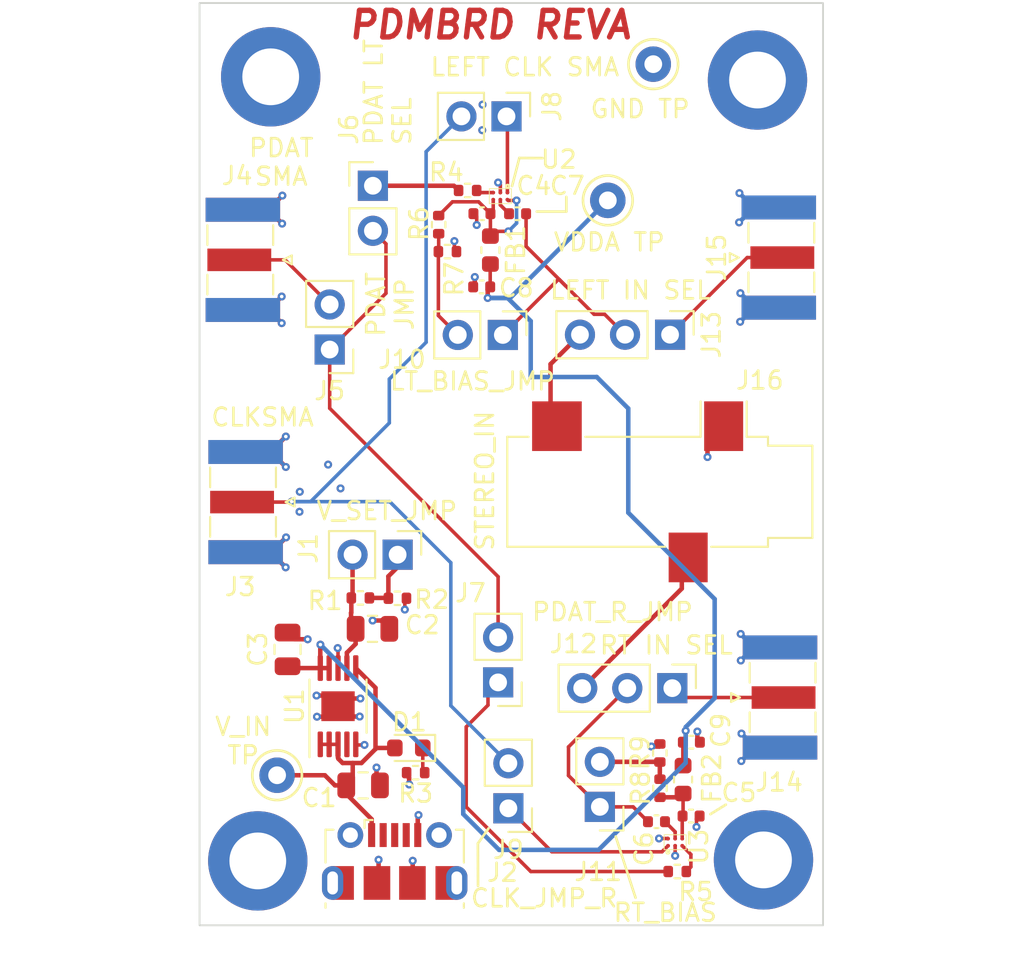
<source format=kicad_pcb>
(kicad_pcb (version 20211014) (generator pcbnew)
  (layers (0 "F.Cu" signal) (1 "In1.Cu" signal) (2 "In2.Cu" signal) (31 "B.Cu" signal) (34 "B.Paste" user) (35 "F.Paste" user) (36 "B.SilkS" user "B.Silkscreen") (37 "F.SilkS" user "F.Silkscreen") (38 "B.Mask" user) (39 "F.Mask" user) (44 "Edge.Cuts" user))
  (net 0 "")
  (net 1 "V_IN")
  (net 2 "GND")
  (net 3 "Net-(C2-Pad1)")
  (net 4 "VDDA")
  (net 5 "V_PDM_L")
  (net 6 "V_PDM_R")
  (net 7 "Net-(C6-Pad1)")
  (net 8 "Net-(C6-Pad2)")
  (net 9 "Net-(C7-Pad1)")
  (net 10 "Net-(C7-Pad2)")
  (net 11 "Net-(D1-Pad1)")
  (net 12 "Net-(J1-Pad1)")
  (net 16 "CLK_SMA")
  (net 17 "Net-(J4-Pad1)")
  (net 18 "PDAT_SMA")
  (net 19 "Net-(J6-Pad1)")
  (net 20 "Net-(J7-Pad1)")
  (net 21 "Net-(J8-Pad1)")
  (net 22 "Net-(J9-Pad1)")
  (net 23 "Net-(J10-Pad2)")
  (net 24 "Net-(J11-Pad2)")
  (net 25 "Net-(J12-Pad1)")
  (net 26 "RIGHT")
  (net 27 "Net-(J13-Pad1)")
  (net 28 "LEFT")
  (net 29 "Net-(R4-Pad1)")
  (net 30 "Net-(R5-Pad1)")
  (footprint "Connector_PinHeader_2.54mm:PinHeader_1x02_P2.54mm_Vertical" (layer "F.Cu") (at 115.555 42.088)
    (fp_text reference "J6")
    (fp_text value "PDAT_L_JMP")
  )
  (footprint "Connector_PinHeader_2.54mm:PinHeader_1x02_P2.54mm_Vertical" (layer "F.Cu") (at 113.118 51.322 180)
    (fp_text reference "J5")
    (fp_text value "PDAT_SMA_JMP")
  )
  (footprint "Capacitor_SMD:C_0805_2012Metric" (layer "F.Cu") (at 115.002 75.896)
    (fp_text reference "C1")
    (fp_text value "4.7u")
  )
  (footprint "Capacitor_SMD:C_0402_1005Metric" (layer "F.Cu") (at 133.51 73.4615)
    (fp_text reference "C9")
    (fp_text value "0.1u")
  )
  (footprint "Inductor_SMD:L_0603_1608Metric" (layer "F.Cu") (at 133.042 75.5675 90)
    (fp_text reference "FB2")
    (fp_text value "FerriteBead")
  )
  (footprint "Connector_Coaxial:SMA_Samtec_SMA-J-P-X-ST-EM1_EdgeMount" (layer "F.Cu") (at 138.4385 46.137 90)
    (fp_text reference "J15")
    (fp_text value "LEFT_SMA")
  )
  (footprint "Resistor_SMD:R_0402_1005Metric" (layer "F.Cu") (at 132.715 80.752 180)
    (fp_text reference "R5")
    (fp_text value "33")
  )
  (footprint "LED_SMD:LED_0603_1608Metric" (layer "F.Cu") (at 117.579 73.785 180)
    (fp_text reference "D1")
    (fp_text value "ON")
  )
  (footprint "Capacitor_SMD:C_0402_1005Metric" (layer "F.Cu") (at 121.688 47.789 180)
    (fp_text reference "C8")
    (fp_text value "0.1u")
  )
  (footprint "Syntiant:FAN3852" (layer "F.Cu") (at 132.595 79.099819 90)
    (fp_text reference "U3")
    (fp_text value "FAN3852")
  )
  (footprint "Connector_Coaxial:SMA_Samtec_SMA-J-P-X-ST-EM1_EdgeMount" (layer "F.Cu") (at 108.378 59.923 -90)
    (fp_text reference "J3")
    (fp_text value "CLOCK_SMA")
  )
  (footprint "Connector_PinHeader_2.54mm:PinHeader_1x02_P2.54mm_Vertical" (layer "F.Cu") (at 116.948 62.889 -90)
    (fp_text reference "J1")
    (fp_text value "V_SET_JMP")
  )
  (footprint "MountingHole:MountingHole_3.2mm_M3_DIN965_Pad_TopBottom" (layer "F.Cu") (at 137.238 36.127)
    (fp_text reference "H4" hide)
    (fp_text value "MountingHole_Pad")
  )
  (footprint "Resistor_SMD:R_0402_1005Metric" (layer "F.Cu") (at 120.895 42.354 180)
    (fp_text reference "R4")
    (fp_text value "33")
  )
  (footprint "Connector_PinHeader_2.54mm:PinHeader_1x02_P2.54mm_Vertical" (layer "F.Cu") (at 128.35 77.108 180)
    (fp_text reference "J11")
    (fp_text value "RIGHT_BIAS_JMP")
  )
  (footprint "Connector_Coaxial:SMA_Samtec_SMA-J-P-X-ST-EM1_EdgeMount" (layer "F.Cu") (at 138.508 70.942 90)
    (fp_text reference "J14")
    (fp_text value "RIGHT_SMA")
  )
  (footprint "MountingHole:MountingHole_3.2mm_M3_DIN965_Pad_TopBottom" (layer "F.Cu") (at 109.792 35.945)
    (fp_text reference "H1" hide)
    (fp_text value "MountingHole_Pad")
  )
  (footprint "Connector_PinHeader_2.54mm:PinHeader_1x03_P2.54mm_Vertical" (layer "F.Cu") (at 132.309 50.486 -90)
    (fp_text reference "J13")
    (fp_text value "LEFT_IN_SEL")
  )
  (footprint "Connector_PinHeader_2.54mm:PinHeader_1x02_P2.54mm_Vertical" (layer "F.Cu") (at 122.614 70.09 180)
    (fp_text reference "J7")
    (fp_text value "PDAT_R_JMP")
  )
  (footprint "Connector_Coaxial:SMA_Samtec_SMA-J-P-X-ST-EM1_EdgeMount" (layer "F.Cu") (at 108.222 46.266 -90)
    (fp_text reference "J4")
    (fp_text value "PDAT_SMA")
  )
  (footprint "Resistor_SMD:R_0402_1005Metric" (layer "F.Cu") (at 119.263 44.28 -90)
    (fp_text reference "R6")
    (fp_text value "2.2k")
  )
  (footprint "Connector_Audio:Jack_3.5mm_CUI_SJ-3523-SMT_Horizontal" (layer "F.Cu") (at 131.73 59.344 -90)
    (fp_text reference "J16")
    (fp_text value "AudioJack3")
  )
  (footprint "Resistor_SMD:R_0402_1005Metric" (layer "F.Cu") (at 116.937 65.347)
    (fp_text reference "R2")
    (fp_text value "1.78k")
  )
  (footprint "Capacitor_SMD:C_0402_1005Metric" (layer "F.Cu") (at 121.703 43.662 180)
    (fp_text reference "C4")
    (fp_text value "0.1u")
  )
  (footprint "Resistor_SMD:R_0402_1005Metric" (layer "F.Cu") (at 114.848 65.326)
    (fp_text reference "R1")
    (fp_text value "1.5k")
  )
  (footprint "Capacitor_SMD:C_0805_2012Metric" (layer "F.Cu") (at 110.742 68.229 90)
    (fp_text reference "C3")
    (fp_text value "4.7u")
  )
  (footprint "Package_SO:MSOP-10-1EP_3x3mm_P0.5mm_EP1.68x1.88mm" (layer "F.Cu") (at 113.588 71.432 90)
    (fp_text reference "U1")
    (fp_text value "LT3042xMSE")
  )
  (footprint "Capacitor_SMD:C_0402_1005Metric" (layer "F.Cu") (at 123.711 43.665)
    (fp_text reference "C7")
    (fp_text value "1n")
  )
  (footprint "Resistor_SMD:R_0402_1005Metric" (layer "F.Cu") (at 131.74 76.057 90)
    (fp_text reference "R8")
    (fp_text value "2.2k")
  )
  (footprint "Resistor_SMD:R_0402_1005Metric" (layer "F.Cu") (at 119.756 45.8)
    (fp_text reference "R7")
    (fp_text value "2.2k")
  )
  (footprint "TestPoint:TestPoint_Keystone_5000-5004_Miniature" (layer "F.Cu") (at 110.153 75.324)
    (fp_text reference "TP1" hide)
    (fp_text value "V_IN")
  )
  (footprint "Connector_PinHeader_2.54mm:PinHeader_1x02_P2.54mm_Vertical" (layer "F.Cu") (at 122.881 50.5 -90)
    (fp_text reference "J10")
    (fp_text value "LEFT_BIAS_JMP")
  )
  (footprint "Inductor_SMD:L_0603_1608Metric" (layer "F.Cu") (at 122.179 45.7135 -90)
    (fp_text reference "FB1")
    (fp_text value "FerriteBead")
  )
  (footprint "Resistor_SMD:R_0402_1005Metric" (layer "F.Cu") (at 117.965 75.178 180)
    (fp_text reference "R3")
    (fp_text value "1k")
  )
  (footprint "Connector_PinHeader_2.54mm:PinHeader_1x02_P2.54mm_Vertical" (layer "F.Cu") (at 123.193 77.189 180)
    (fp_text reference "J9")
    (fp_text value "CLK_JMP_R")
  )
  (footprint "Capacitor_SMD:C_0402_1005Metric" (layer "F.Cu") (at 133.494 77.6245)
    (fp_text reference "C5")
    (fp_text value "0.1u")
  )
  (footprint "Connector_PinHeader_2.54mm:PinHeader_1x02_P2.54mm_Vertical" (layer "F.Cu") (at 123.087 38.177 -90)
    (fp_text reference "J8")
    (fp_text value "CLK_JMP_L")
  )
  (footprint "TestPoint:TestPoint_Keystone_5000-5004_Miniature" (layer "F.Cu") (at 128.799 42.912 180)
    (fp_text reference "TP3" hide)
    (fp_text value "VDDA")
  )
  (footprint "MountingHole:MountingHole_3.2mm_M3_DIN965_Pad_TopBottom" (layer "F.Cu") (at 137.576 80.097)
    (fp_text reference "H3" hide)
    (fp_text value "MountingHole_Pad")
  )
  (footprint "Connector_PinHeader_2.54mm:PinHeader_1x03_P2.54mm_Vertical" (layer "F.Cu") (at 132.436 70.413 -90)
    (fp_text reference "J12")
    (fp_text value "RT_IN_SEL")
  )
  (footprint "Capacitor_SMD:C_0805_2012Metric" (layer "F.Cu") (at 115.53 67.069)
    (fp_text reference "C2")
    (fp_text value "4.7u")
  )
  (footprint "TestPoint:TestPoint_Keystone_5000-5004_Miniature" (layer "F.Cu") (at 131.362 35.232 180)
    (fp_text reference "TP2" hide)
    (fp_text value "GND")
  )
  (footprint "Capacitor_SMD:C_0402_1005Metric" (layer "F.Cu") (at 131.543 77.9425 180)
    (fp_text reference "C6")
    (fp_text value "1n")
  )
  (footprint "Connector_USB:USB_Micro-B_Molex-105017-0001" (layer "F.Cu") (at 116.783 80.1595)
    (fp_text reference "J2")
    (fp_text value "USB_B_Micro")
  )
  (footprint "Syntiant:FAN3852" (layer "F.Cu") (at 122.739 42.673 -90)
    (fp_text reference "U2")
    (fp_text value "FAN3852")
  )
  (footprint "Resistor_SMD:R_0402_1005Metric" (layer "F.Cu") (at 131.732 74.07 90)
    (fp_text reference "R9")
    (fp_text value "2.2k")
  )
  (footprint "MountingHole:MountingHole_3.2mm_M3_DIN965_Pad_TopBottom" (layer "F.Cu") (at 109.064 80.154)
    (fp_text reference "H2" hide)
    (fp_text value "MountingHole_Pad")
  )
  (gr_line (start 129.244 78.782) (end 130.362 82.229) (layer "F.SilkS") (width 0.15))
  (gr_line (start 126.46 43.544) (end 124.796 43.544) (layer "F.SilkS") (width 0.15))
  (gr_line (start 121.481 81.557) (end 121.475 79.169) (layer "F.SilkS") (width 0.15))
  (gr_line (start 134.585 77.518) (end 135.45 76.983) (layer "F.SilkS") (width 0.15))
  (gr_line (start 125.118 40.528) (end 123.811 40.522) (layer "F.SilkS") (width 0.15))
  (gr_line (start 123.811 40.522) (end 123.404 42.101) (layer "F.SilkS") (width 0.15))
  (gr_line (start 126.46 42.718) (end 126.46 43.544) (layer "F.SilkS") (width 0.15))
  (gr_line (start 121.475 79.169) (end 122.075 78.32) (layer "F.SilkS") (width 0.15))
  (gr_rect (start 105.7805 31.786) (end 140.9335 83.786) (layer "Edge.Cuts") (width 0.1) (fill none))
  (gr_text "PDMBRD REVA" (at 122.156 33.019) (layer "F.Cu") (effects (font (size 1.5 1.5) (thickness 0.3) italic)))
  (gr_text "PDAT_R_JMP" (at 129.065 66.115) (layer "F.SilkS") (effects (font (size 1 1))))
  (gr_text "CLKSMA" (at 109.334 55.139) (layer "F.SilkS") (effects (font (size 1 1))))
  (gr_text "RT_BIAS" (at 132.041 83.063) (layer "F.SilkS") (effects (font (size 1 1))))
  (gr_text "LEFT CLK SMA" (at 124.123 35.395) (layer "F.SilkS") (effects (font (size 1 1))))
  (gr_text "LEFT IN SEL" (at 130.075 47.981) (layer "F.SilkS") (effects (font (size 1 1))))
  (gr_text "PDAT\nSMA" (at 110.389 40.757) (layer "F.SilkS") (effects (font (size 1 1))))
  (gr_text "LT_BIAS_JMP\n" (at 121.169 53.108) (layer "F.SilkS") (effects (font (size 1 1))))
  (gr_text "GND TP" (at 130.624 37.753) (layer "F.SilkS") (effects (font (size 1 1))))
  (gr_text "CLK_JMP_R" (at 125.21 82.253) (layer "F.SilkS") (effects (font (size 1 1))))
  (gr_text "PDAT\nJMP" (at 116.528 48.773 90) (layer "F.SilkS") (effects (font (size 1 1))))
  (gr_text "RT IN SEL" (at 132.098 67.993) (layer "F.SilkS") (effects (font (size 1 1))))
  (gr_text "PDAT LT\nSEL" (at 116.395 39.878 90) (layer "F.SilkS") (effects (font (size 1 1)) (justify left)))
  (gr_text "VDDA TP" (at 128.886 45.269) (layer "F.SilkS") (effects (font (size 1 1))))
  (gr_text "STEREO_IN" (at 121.863 58.717 90) (layer "F.SilkS") (effects (font (size 1 1))))
  (gr_text "V_SET_JMP" (at 116.345 60.418) (layer "F.SilkS") (effects (font (size 1 1))))
  (gr_text "V_IN\nTP" (at 108.243 73.388) (layer "F.SilkS") (effects (font (size 1 1))))
  (segment (start 114.052 75.896) (end 113.417 75.896) (width 0.254) (layer "F.Cu") (net 1))
  (segment (start 112.588 73.582) (end 113.588 73.582) (width 0.2) (layer "F.Cu") (net 1))
  (segment (start 115.700598 73.845134) (end 115.700598 70.394598) (width 0.254) (layer "F.Cu") (net 1))
  (segment (start 116.7915 73.785) (end 115.760732 73.785) (width 0.254) (layer "F.Cu") (net 1))
  (segment (start 113.982 75.826) (end 114.052 75.896) (width 0.254) (layer "F.Cu") (net 1))
  (segment (start 113.588 73.582) (end 113.588 74.33733) (width 0.254) (layer "F.Cu") (net 1))
  (segment (start 113.846486 74.634) (end 114.911732 74.634) (width 0.254) (layer "F.Cu") (net 1))
  (segment (start 113.417 75.896) (end 112.845 75.324) (width 0.254) (layer "F.Cu") (net 1))
  (segment (start 115.483 78.697) (end 115.483 77.804) (width 0.254) (layer "F.Cu") (net 1))
  (segment (start 115.760732 73.785) (end 115.700598 73.845134) (width 0.254) (layer "F.Cu") (net 1))
  (segment (start 113.611 74.398514) (end 113.846486 74.634) (width 0.254) (layer "F.Cu") (net 1))
  (segment (start 115.700598 70.394598) (end 114.588 69.282) (width 0.254) (layer "F.Cu") (net 1))
  (segment (start 114.052 76.373) (end 114.052 75.896) (width 0.254) (layer "F.Cu") (net 1))
  (segment (start 114.052 75.896) (end 114.052 75.707) (width 0.254) (layer "F.Cu") (net 1))
  (segment (start 113.588 74.33733) (end 113.611 74.36033) (width 0.254) (layer "F.Cu") (net 1))
  (segment (start 113.611 74.36033) (end 113.611 74.398514) (width 0.254) (layer "F.Cu") (net 1))
  (segment (start 114.052 75.707) (end 114.417 75.342) (width 0.254) (layer "F.Cu") (net 1))
  (segment (start 112.845 75.324) (end 110.153 75.324) (width 0.254) (layer "F.Cu") (net 1))
  (segment (start 114.417 75.342) (end 114.417 74.6335) (width 0.254) (layer "F.Cu") (net 1))
  (segment (start 115.483 77.804) (end 114.052 76.373) (width 0.254) (layer "F.Cu") (net 1))
  (segment (start 114.911732 74.634) (end 115.700598 73.845134) (width 0.254) (layer "F.Cu") (net 1))
  (segment (start 133.799 77.7995) (end 133.974 77.6245) (width 0.2) (layer "F.Cu") (net 2))
  (segment (start 114.023007 70.996993) (end 114.849869 70.996993) (width 0.254) (layer "F.Cu") (net 2))
  (segment (start 109.651 43.441) (end 110.449 42.643) (width 0.254) (layer "F.Cu") (net 2))
  (segment (start 109.654 43.441) (end 110.436 44.223) (width 0.254) (layer "F.Cu") (net 2))
  (segment (start 115.759 74.889) (end 115.759 75.703) (width 0.254) (layer "F.Cu") (net 2))
  (segment (start 113.588 69.282) (end 113.588 68.17306) (width 0.2) (layer "F.Cu") (net 2))
  (segment (start 122.739 42.473) (end 122.739 42.031996) (width 0.2) (layer "F.Cu") (net 2))
  (segment (start 108.222 49.091) (end 109.654 49.091) (width 0.254) (layer "F.Cu") (net 2))
  (segment (start 108.378 57.098) (end 109.774 57.098) (width 0.254) (layer "F.Cu") (net 2))
  (segment (start 108.222 49.091) (end 109.669 49.091) (width 0.254) (layer "F.Cu") (net 2))
  (segment (start 121.407 43.846) (end 121.223 43.662) (width 0.2) (layer "F.Cu") (net 2))
  (segment (start 114.171 72.015) (end 113.588 71.432) (width 0.254) (layer "F.Cu") (net 2))
  (segment (start 133.848 73.296) (end 133.848 72.86) (width 0.254) (layer "F.Cu") (net 2))
  (segment (start 109.774 57.098) (end 110.645 56.227) (width 0.254) (layer "F.Cu") (net 2))
  (segment (start 138.508 68.117) (end 137.034 68.117) (width 0.254) (layer "F.Cu") (net 2))
  (segment (start 108.222 43.441) (end 109.651 43.441) (width 0.254) (layer "F.Cu") (net 2))
  (segment (start 121.3 47.697) (end 121.208 47.789) (width 0.254) (layer "F.Cu") (net 2))
  (segment (start 108.378 62.748) (end 109.781 62.748) (width 0.254) (layer "F.Cu") (net 2))
  (segment (start 131.732 73.684) (end 131.714 73.702) (width 0.254) (layer "F.Cu") (net 2))
  (segment (start 121.3 47.233) (end 121.3 47.697) (width 0.254) (layer "F.Cu") (net 2))
  (segment (start 134.419 56.555) (end 135.33 55.644) (width 0.254) (layer "F.Cu") (net 2))
  (segment (start 114.622695 73.616695) (end 115.149098 73.616695) (width 0.2) (layer "F.Cu") (net 2))
  (segment (start 115.875 81.305) (end 115.783 81.397) (width 0.254) (layer "F.Cu") (net 2))
  (segment (start 112.376 70.831) (end 112.987 70.831) (width 0.254) (layer "F.Cu") (net 2))
  (segment (start 133.799 78.239) (end 133.799 77.7995) (width 0.2) (layer "F.Cu") (net 2))
  (segment (start 138.508 73.767) (end 137.127 73.767) (width 0.254) (layer "F.Cu") (net 2))
  (segment (start 137.082 73.767) (end 136.324 74.525) (width 0.254) (layer "F.Cu") (net 2))
  (segment (start 122.739 42.031996) (end 122.6145 41.907496) (width 0.2) (layer "F.Cu") (net 2))
  (segment (start 137.034 68.117) (end 136.297 68.854) (width 0.254) (layer "F.Cu") (net 2))
  (segment (start 121.407 44.301) (end 121.407 43.846) (width 0.2) (layer "F.Cu") (net 2))
  (segment (start 120.148 45.682) (end 120.266 45.8) (width 0.2) (layer "F.Cu") (net 2))
  (segment (start 114.588 73.582) (end 114.622695 73.616695) (width 0.2) (layer "F.Cu") (net 2))
  (segment (start 113.588 68.17306) (end 113.569126 68.154186) (width 0.2) (layer "F.Cu") (net 2))
  (segment (start 137.05 68.117) (end 136.291 67.358) (width 0.254) (layer "F.Cu") (net 2))
  (segment (start 133.99 73.438) (end 133.848 73.296) (width 0.254) (layer "F.Cu") (net 2))
  (segment (start 138.508 73.767) (end 137.082 73.767) (width 0.254) (layer "F.Cu") (net 2))
  (segment (start 109.654 49.091) (end 110.412 48.333) (width 0.254) (layer "F.Cu") (net 2))
  (segment (start 108.378 62.748) (end 109.824 62.748) (width 0.254) (layer "F.Cu") (net 2))
  (segment (start 109.781 62.748) (end 110.636 63.603) (width 0.254) (layer "F.Cu") (net 2))
  (segment (start 115.759 75.703) (end 115.952 75.896) (width 0.254) (layer "F.Cu") (net 2))
  (segment (start 131.732 73.56) (end 131.732 73.684) (width 0.254) (layer "F.Cu") (net 2))
  (segment (start 117.799 80.145) (end 117.799 81.381) (width 0.254) (layer "F.Cu") (net 2))
  (segment (start 117.799 81.381) (end 117.783 81.397) (width 0.254) (layer "F.Cu") (net 2))
  (segment (start 109.669 49.091) (end 110.412 49.834) (width 0.254) (layer "F.Cu") (net 2))
  (segment (start 117.595 75.469) (end 117.595 75.908) (width 0.254) (layer "F.Cu") (net 2))
  (segment (start 112.995 72.025) (end 113.588 71.432) (width 0.254) (layer "F.Cu") (net 2))
  (segment (start 113.588 71.432) (end 114.023007 70.996993) (width 0.254) (layer "F.Cu") (net 2))
  (segment (start 112.987 70.831) (end 113.588 71.432) (width 0.254) (layer "F.Cu") (net 2))
  (segment (start 117.354 65.984) (end 117.354 65.44) (width 0.2) (layer "F.Cu") (net 2))
  (segment (start 118.083 77.61) (end 118.125 77.568) (width 0.254) (layer "F.Cu") (net 2))
  (segment (start 132.595 79.8635) (end 132.595 79.299819) (width 0.2) (layer "F.Cu") (net 2))
  (segment (start 115.875 80.088) (end 115.875 81.305) (width 0.254) (layer "F.Cu") (net 2))
  (segment (start 132.184681 78.8895) (end 132.195 78.899819) (width 0.2) (layer "F.Cu") (net 2))
  (segment (start 137.127 73.767) (end 136.335 72.975) (width 0.254) (layer "F.Cu") (net 2))
  (segment (start 134.419 57.384) (end 134.419 56.555) (width 0.254) (layer "F.Cu") (net 2))
  (segment (start 112.401 72.025) (end 112.995 72.025) (width 0.254) (layer "F.Cu") (net 2))
  (segment (start 116.012 66.601) (end 116.48 67.069) (width 0.254) (layer "F.Cu") (net 2))
  (segment (start 117.455 75.329) (end 117.595 75.469) (width 0.254) (layer "F.Cu") (net 2))
  (segment (start 109.8 57.098) (end 110.645 57.943) (width 0.254) (layer "F.Cu") (net 2))
  (segment (start 132.596 79.8645) (end 132.595 79.8635) (width 0.2) (layer "F.Cu") (net 2))
  (segment (start 131.714 73.702) (end 131.259 73.702) (width 0.254) (layer "F.Cu") (net 2))
  (segment (start 115.538 66.601) (end 116.012 66.601) (width 0.254) (layer "F.Cu") (net 2))
  (segment (start 117.354 65.44) (end 117.447 65.347) (width 0.2) (layer "F.Cu") (net 2))
  (segment (start 133.99 73.4615) (end 133.9785 73.4615) (width 0.254) (layer "F.Cu") (net 2))
  (segment (start 133.99 73.4615) (end 133.99 73.438) (width 0.254) (layer "F.Cu") (net 2))
  (segment (start 108.222 43.441) (end 109.654 43.441) (width 0.254) (layer "F.Cu") (net 2))
  (segment (start 117.455 75.178) (end 117.455 75.329) (width 0.254) (layer "F.Cu") (net 2))
  (segment (start 109.824 62.748) (end 110.659 61.913) (width 0.254) (layer "F.Cu") (net 2))
  (segment (start 111.889 67.656) (end 111.154 67.656) (width 0.254) (layer "F.Cu") (net 2))
  (segment (start 114.808 72.015) (end 114.171 72.015) (width 0.254) (layer "F.Cu") (net 2))
  (segment (start 108.378 57.098) (end 109.8 57.098) (width 0.254) (layer "F.Cu") (net 2))
  (segment (start 118.083 78.697) (end 118.083 77.61) (width 0.254) (layer "F.Cu") (net 2))
  (segment (start 131.686 78.8895) (end 132.184681 78.8895) (width 0.2) (layer "F.Cu") (net 2))
  (segment (start 120.148 45.208) (end 120.148 45.682) (width 0.2) (layer "F.Cu") (net 2))
  (segment (start 138.508 68.117) (end 137.05 68.117) (width 0.254) (layer "F.Cu") (net 2))
  (via (at 121.3 47.233) (size 0.45) (drill 0.2) (layers "F.Cu" "B.Cu") (net 2))
  (via (at 131.686 78.8895) (size 0.45) (drill 0.2) (layers "F.Cu" "B.Cu") (net 2))
  (via (at 134.419 57.384) (size 0.45) (drill 0.2) (layers "F.Cu" "B.Cu") (net 2))
  (via (at 111.432 59.342) (size 0.45) (drill 0.2) (layers "F.Cu" "B.Cu") (net 2))
  (via (at 136.271 48.144) (size 0.45) (drill 0.2) (layers "F.Cu" "B.Cu") (net 2))
  (via (at 136.201 44.153) (size 0.45) (drill 0.2) (layers "F.Cu" "B.Cu") (net 2))
  (via (at 112.401 72.025) (size 0.45) (drill 0.2) (layers "F.Cu" "B.Cu") (net 2))
  (via (at 115.875 80.088) (size 0.45) (drill 0.2) (layers "F.Cu" "B.Cu") (net 2))
  (via (at 121.736 37.515) (size 0.45) (drill 0.2) (layers "F.Cu" "B.Cu") (net 2))
  (via (at 110.636 63.603) (size 0.45) (drill 0.2) (layers "F.Cu" "B.Cu") (net 2))
  (via (at 132.596 79.8645) (size 0.45) (drill 0.2) (layers "F.Cu" "B.Cu") (net 2))
  (via (at 121.407 44.301) (size 0.45) (drill 0.2) (layers "F.Cu" "B.Cu") (net 2))
  (via (at 110.436 44.223) (size 0.45) (drill 0.2) (layers "F.Cu" "B.Cu") (net 2))
  (via (at 118.125 77.568) (size 0.45) (drill 0.2) (layers "F.Cu" "B.Cu") (net 2))
  (via (at 121.718 38.955) (size 0.45) (drill 0.2) (layers "F.Cu" "B.Cu") (net 2))
  (via (at 114.849869 70.996993) (size 0.45) (drill 0.2) (layers "F.Cu" "B.Cu") (net 2))
  (via (at 113.73 59.152) (size 0.45) (drill 0.2) (layers "F.Cu" "B.Cu") (net 2))
  (via (at 114.808 72.015) (size 0.45) (drill 0.2) (layers "F.Cu" "B.Cu") (net 2))
  (via (at 133.848 72.86) (size 0.45) (drill 0.2) (layers "F.Cu" "B.Cu") (net 2))
  (via (at 113.03 57.81) (size 0.45) (drill 0.2) (layers "F.Cu" "B.Cu") (net 2))
  (via (at 115.538 66.601) (size 0.45) (drill 0.2) (layers "F.Cu" "B.Cu") (net 2))
  (via (at 110.645 56.227) (size 0.45) (drill 0.2) (layers "F.Cu" "B.Cu") (net 2))
  (via (at 136.26 49.757) (size 0.45) (drill 0.2) (layers "F.Cu" "B.Cu") (net 2))
  (via (at 111.417 60.469) (size 0.45) (drill 0.2) (layers "F.Cu" "B.Cu") (net 2))
  (via (at 110.412 49.834) (size 0.45) (drill 0.2) (layers "F.Cu" "B.Cu") (net 2))
  (via (at 133.799 78.239) (size 0.45) (drill 0.2) (layers "F.Cu" "B.Cu") (net 2))
  (via (at 115.759 74.889) (size 0.45) (drill 0.2) (layers "F.Cu" "B.Cu") (net 2))
  (via (at 122.6145 41.907496) (size 0.45) (drill 0.2) (layers "F.Cu" "B.Cu") (net 2))
  (via (at 110.449 42.643) (size 0.45) (drill 0.2) (layers "F.Cu" "B.Cu") (net 2))
  (via (at 131.259 73.702) (size 0.45) (drill 0.2) (layers "F.Cu" "B.Cu") (net 2))
  (via (at 112.376 70.831) (size 0.45) (drill 0.2) (layers "F.Cu" "B.Cu") (net 2))
  (via (at 136.297 68.854) (size 0.45) (drill 0.2) (layers "F.Cu" "B.Cu") (net 2))
  (via (at 136.335 72.975) (size 0.45) (drill 0.2) (layers "F.Cu" "B.Cu") (net 2))
  (via (at 117.601 75.845) (size 0.45) (drill 0.2) (layers "F.Cu" "B.Cu") (net 2))
  (via (at 120.148 45.208) (size 0.45) (drill 0.2) (layers "F.Cu" "B.Cu") (net 2))
  (via (at 136.219 42.503) (size 0.45) (drill 0.2) (layers "F.Cu" "B.Cu") (net 2))
  (via (at 111.876 67.659) (size 0.45) (drill 0.2) (layers "F.Cu" "B.Cu") (net 2))
  (via (at 136.291 67.358) (size 0.45) (drill 0.2) (layers "F.Cu" "B.Cu") (net 2))
  (via (at 110.659 61.913) (size 0.45) (drill 0.2) (layers "F.Cu" "B.Cu") (net 2))
  (via (at 136.324 74.525) (size 0.45) (drill 0.2) (layers "F.Cu" "B.Cu") (net 2))
  (via (at 117.799 80.145) (size 0.45) (drill 0.2) (layers "F.Cu" "B.Cu") (net 2))
  (via (at 117.354 65.984) (size 0.45) (drill 0.2) (layers "F.Cu" "B.Cu") (net 2))
  (via (at 110.412 48.333) (size 0.45) (drill 0.2) (layers "F.Cu" "B.Cu") (net 2))
  (via (at 115.08 73.614) (size 0.45) (drill 0.2) (layers "F.Cu" "B.Cu") (net 2))
  (via (at 113.569126 68.154186) (size 0.45) (drill 0.2) (layers "F.Cu" "B.Cu") (net 2))
  (via (at 110.645 57.943) (size 0.45) (drill 0.2) (layers "F.Cu" "B.Cu") (net 2))
  (segment (start 137.05 68.117) (end 136.291 67.358) (width 0.254) (layer "B.Cu") (net 2))
  (segment (start 138.508 68.117) (end 137.05 68.117) (width 0.254) (layer "B.Cu") (net 2))
  (segment (start 137.082 73.767) (end 136.324 74.525) (width 0.254) (layer "B.Cu") (net 2))
  (segment (start 138.508 68.117) (end 137.034 68.117) (width 0.254) (layer "B.Cu") (net 2))
  (segment (start 109.8 57.098) (end 110.645 57.943) (width 0.2) (layer "B.Cu") (net 2))
  (segment (start 138.508 73.767) (end 137.127 73.767) (width 0.254) (layer "B.Cu") (net 2))
  (segment (start 108.378 57.098) (end 109.774 57.098) (width 0.2) (layer "B.Cu") (net 2))
  (segment (start 138.4385 48.962) (end 137.089 48.962) (width 0.254) (layer "B.Cu") (net 2))
  (segment (start 138.4385 43.312) (end 137.042 43.312) (width 0.254) (layer "B.Cu") (net 2))
  (segment (start 137.042 43.312) (end 136.201 44.153) (width 0.254) (layer "B.Cu") (net 2))
  (segment (start 108.378 62.748) (end 109.824 62.748) (width 0.2) (layer "B.Cu") (net 2))
  (segment (start 137.127 73.767) (end 136.335 72.975) (width 0.254) (layer "B.Cu") (net 2))
  (segment (start 137.089 48.962) (end 136.271 48.144) (width 0.254) (layer "B.Cu") (net 2))
  (segment (start 108.378 62.748) (end 109.781 62.748) (width 0.2) (layer "B.Cu") (net 2))
  (segment (start 138.4385 43.312) (end 137.028 43.312) (width 0.254) (layer "B.Cu") (net 2))
  (segment (start 137.034 68.117) (end 136.297 68.854) (width 0.254) (layer "B.Cu") (net 2))
  (segment (start 109.824 62.748) (end 110.659 61.913) (width 0.2) (layer "B.Cu") (net 2))
  (segment (start 109.781 62.748) (end 110.636 63.603) (width 0.2) (layer "B.Cu") (net 2))
  (segment (start 137.055 48.962) (end 136.26 49.757) (width 0.254) (layer "B.Cu") (net 2))
  (segment (start 138.4385 48.962) (end 137.055 48.962) (width 0.254) (layer "B.Cu") (net 2))
  (segment (start 137.028 43.312) (end 136.219 42.503) (width 0.254) (layer "B.Cu") (net 2))
  (segment (start 108.378 57.098) (end 109.8 57.098) (width 0.2) (layer "B.Cu") (net 2))
  (segment (start 138.508 73.767) (end 137.082 73.767) (width 0.254) (layer "B.Cu") (net 2))
  (segment (start 109.774 57.098) (end 110.645 56.227) (width 0.2) (layer "B.Cu") (net 2))
  (segment (start 114.322 66.811) (end 114.58 67.069) (width 0.254) (layer "F.Cu") (net 3))
  (segment (start 114.408 62.889) (end 114.408 65.256) (width 0.254) (layer "F.Cu") (net 3))
  (segment (start 114.088 69.282) (end 114.088 68.415251) (width 0.254) (layer "F.Cu") (net 3))
  (segment (start 114.408 65.256) (end 114.338 65.326) (width 0.254) (layer "F.Cu") (net 3))
  (segment (start 114.322 66.168) (end 114.322 66.811) (width 0.254) (layer "F.Cu") (net 3))
  (segment (start 114.338 65.326) (end 114.338 66.152) (width 0.254) (layer "F.Cu") (net 3))
  (segment (start 114.58 67.923251) (end 114.58 67.069) (width 0.254) (layer "F.Cu") (net 3))
  (segment (start 114.338 66.152) (end 114.322 66.168) (width 0.254) (layer "F.Cu") (net 3))
  (segment (start 114.088 68.415251) (end 114.58 67.923251) (width 0.254) (layer "F.Cu") (net 3))
  (segment (start 110.845 69.282) (end 110.742 69.179) (width 0.254) (layer "F.Cu") (net 4))
  (segment (start 122.168 47.789) (end 122.168 46.512) (width 0.2) (layer "F.Cu") (net 4))
  (segment (start 133.03 73.4615) (end 133.03 74.768) (width 0.2) (layer "F.Cu") (net 4))
  (segment (start 133.19 73.3015) (end 133.03 73.4615) (width 0.254) (layer "F.Cu") (net 4))
  (segment (start 122.168 46.512) (end 122.179 46.501) (width 0.2) (layer "F.Cu") (net 4))
  (segment (start 112.588 69.282) (end 112.588 67.965) (width 0.254) (layer "F.Cu") (net 4))
  (segment (start 133.03 74.768) (end 133.042 74.78) (width 0.2) (layer "F.Cu") (net 4))
  (segment (start 122.027 48.415) (end 122.027 47.93) (width 0.254) (layer "F.Cu") (net 4))
  (segment (start 122.027 47.93) (end 122.168 47.789) (width 0.254) (layer "F.Cu") (net 4))
  (segment (start 112.588 69.282) (end 113.088 69.282) (width 0.254) (layer "F.Cu") (net 4))
  (segment (start 133.19 72.819) (end 133.19 73.3015) (width 0.254) (layer "F.Cu") (net 4))
  (segment (start 112.588 67.965) (end 112.594 67.959) (width 0.254) (layer "F.Cu") (net 4))
  (segment (start 112.588 69.282) (end 110.845 69.282) (width 0.254) (layer "F.Cu") (net 4))
  (via (at 112.594 67.959) (size 0.45) (drill 0.2) (layers "F.Cu" "B.Cu") (net 4))
  (via (at 122.027 48.415) (size 0.45) (drill 0.2) (layers "F.Cu" "B.Cu") (net 4))
  (via (at 133.19 72.819) (size 0.45) (drill 0.2) (layers "F.Cu" "B.Cu") (net 4))
  (segment (start 120.647 76.012) (end 120.647 77.512) (width 0.254) (layer "B.Cu") (net 4))
  (segment (start 133.19 72.819) (end 133.19 72.609) (width 0.254) (layer "B.Cu") (net 4))
  (segment (start 133.19 72.609) (end 134.823 70.976) (width 0.254) (layer "B.Cu") (net 4))
  (segment (start 128.279 79.533) (end 133.19 74.622) (width 0.254) (layer "B.Cu") (net 4))
  (segment (start 134.823 70.976) (end 134.823 65.39) (width 0.254) (layer "B.Cu") (net 4))
  (segment (start 122.027 48.415) (end 123.15 48.415) (width 0.254) (layer "B.Cu") (net 4))
  (segment (start 120.647 77.512) (end 122.668 79.533) (width 0.254) (layer "B.Cu") (net 4))
  (segment (start 122.027 48.415) (end 123.296 48.415) (width 0.254) (layer "B.Cu") (net 4))
  (segment (start 124.452 49.717) (end 124.452 52.871) (width 0.254) (layer "B.Cu") (net 4))
  (segment (start 133.19 74.622) (end 133.19 72.819) (width 0.254) (layer "B.Cu") (net 4))
  (segment (start 122.668 79.533) (end 128.279 79.533) (width 0.254) (layer "B.Cu") (net 4))
  (segment (start 128.177 52.871) (end 124.452 52.871) (width 0.254) (layer "B.Cu") (net 4))
  (segment (start 129.953 60.52) (end 129.953 54.647) (width 0.254) (layer "B.Cu") (net 4))
  (segment (start 134.823 65.39) (end 129.953 60.52) (width 0.254) (layer "B.Cu") (net 4))
  (segment (start 112.594 67.959) (end 120.647 76.012) (width 0.254) (layer "B.Cu") (net 4))
  (segment (start 123.296 48.415) (end 128.799 42.912) (width 0.254) (layer "B.Cu") (net 4))
  (segment (start 129.953 54.647) (end 128.177 52.871) (width 0.254) (layer "B.Cu") (net 4))
  (segment (start 123.15 48.415) (end 124.452 49.717) (width 0.254) (layer "B.Cu") (net 4))
  (segment (start 122.183 43.662) (end 121.514 42.993) (width 0.2) (layer "F.Cu") (net 5))
  (segment (start 123.655 42.917) (end 123.183 42.917) (width 0.2) (layer "F.Cu") (net 5))
  (segment (start 120.04 42.993) (end 119.263 43.77) (width 0.2) (layer "F.Cu") (net 5))
  (segment (start 122.445 44.66) (end 122.179 44.926) (width 0.2) (layer "F.Cu") (net 5))
  (segment (start 122.179 44.926) (end 122.179 43.666) (width 0.2) (layer "F.Cu") (net 5))
  (segment (start 123.194 44.66) (end 122.445 44.66) (width 0.2) (layer "F.Cu") (net 5))
  (segment (start 122.179 43.666) (end 122.183 43.662) (width 0.2) (layer "F.Cu") (net 5))
  (segment (start 122.339 42.873) (end 122.339 43.506) (width 0.2) (layer "F.Cu") (net 5))
  (segment (start 122.339 43.506) (end 122.183 43.662) (width 0.2) (layer "F.Cu") (net 5))
  (segment (start 121.514 42.993) (end 120.04 42.993) (width 0.2) (layer "F.Cu") (net 5))
  (segment (start 123.183 42.917) (end 123.139 42.873) (width 0.2) (layer "F.Cu") (net 5))
  (via (at 123.655 42.917) (size 0.45) (drill 0.2) (layers "F.Cu" "B.Cu") (net 5))
  (via (at 123.194 44.66) (size 0.45) (drill 0.2) (layers "F.Cu" "B.Cu") (net 5))
  (segment (start 123.655 44.199) (end 123.194 44.66) (width 0.2) (layer "B.Cu") (net 5))
  (segment (start 123.655 42.917) (end 123.655 44.199) (width 0.2) (layer "B.Cu") (net 5))
  (segment (start 132.995 77.6435) (end 133.014 77.6245) (width 0.2) (layer "F.Cu") (net 6))
  (segment (start 133.042 77.5965) (end 133.014 77.6245) (width 0.2) (layer "F.Cu") (net 6))
  (segment (start 132.995 78.899819) (end 132.995 77.6435) (width 0.2) (layer "F.Cu") (net 6))
  (segment (start 132.83 76.567) (end 133.042 76.355) (width 0.254) (layer "F.Cu") (net 6))
  (segment (start 133.042 76.355) (end 133.042 77.5965) (width 0.2) (layer "F.Cu") (net 6))
  (segment (start 131.74 76.567) (end 132.83 76.567) (width 0.254) (layer "F.Cu") (net 6))
  (segment (start 132.595 78.5145) (end 132.023 77.9425) (width 0.2) (layer "F.Cu") (net 7))
  (segment (start 132.595 78.899819) (end 132.595 78.5145) (width 0.2) (layer "F.Cu") (net 7))
  (segment (start 126.583 73.726) (end 126.583 75.341) (width 0.2) (layer "F.Cu") (net 8))
  (segment (start 128.35 77.108) (end 130.2285 77.108) (width 0.2) (layer "F.Cu") (net 8))
  (segment (start 126.583 75.341) (end 128.35 77.108) (width 0.2) (layer "F.Cu") (net 8))
  (segment (start 129.896 70.413) (end 126.583 73.726) (width 0.2) (layer "F.Cu") (net 8))
  (segment (start 130.2285 77.108) (end 131.063 77.9425) (width 0.2) (layer "F.Cu") (net 8))
  (segment (start 122.739 43.173) (end 123.231 43.665) (width 0.2) (layer "F.Cu") (net 9))
  (segment (start 122.739 42.873) (end 122.739 43.173) (width 0.2) (layer "F.Cu") (net 9))
  (segment (start 126.421 47.732) (end 126.069 47.38) (width 0.2) (layer "F.Cu") (net 10))
  (segment (start 124.191 43.665) (end 124.191 45.502) (width 0.2) (layer "F.Cu") (net 10))
  (segment (start 128.025 49.336) (end 126.421 47.732) (width 0.2) (layer "F.Cu") (net 10))
  (segment (start 126.069 47.38) (end 126.001 47.38) (width 0.2) (layer "F.Cu") (net 10))
  (segment (start 126.001 47.38) (end 122.881 50.5) (width 0.2) (layer "F.Cu") (net 10))
  (segment (start 129.769 50.486) (end 128.619 49.336) (width 0.2) (layer "F.Cu") (net 10))
  (segment (start 128.619 49.336) (end 128.025 49.336) (width 0.2) (layer "F.Cu") (net 10))
  (segment (start 124.191 45.502) (end 126.421 47.732) (width 0.2) (layer "F.Cu") (net 10))
  (segment (start 118.3665 73.785) (end 118.3665 75.0695) (width 0.2) (layer "F.Cu") (net 11))
  (segment (start 118.3665 75.0695) (end 118.475 75.178) (width 0.2) (layer "F.Cu") (net 11))
  (segment (start 116.427 65.347) (end 116.427 64.108) (width 0.254) (layer "F.Cu") (net 12))
  (segment (start 116.427 64.108) (end 116.948 63.587) (width 0.254) (layer "F.Cu") (net 12))
  (segment (start 116.406 65.326) (end 116.427 65.347) (width 0.254) (layer "F.Cu") (net 12))
  (segment (start 115.358 65.326) (end 116.406 65.326) (width 0.254) (layer "F.Cu") (net 12))
  (segment (start 116.948 63.587) (end 116.948 62.889) (width 0.254) (layer "F.Cu") (net 12))
  (segment (start 117.176 62.877) (end 117.176 63.012) (width 0.254) (layer "F.Cu") (net 12))
  (segment (start 117.176 63.012) (end 116.576 63.612) (width 0.254) (layer "F.Cu") (net 12))
  (segment (start 110.951 59.923) (end 108.178 59.923) (width 0.2) (layer "F.Cu") (net 16))
  (segment (start 110.976 59.898) (end 110.951 59.923) (width 0.2) (layer "F.Cu") (net 16))
  (via (at 110.976 59.898) (size 0.45) (drill 0.2) (layers "F.Cu" "B.Cu") (net 16))
  (segment (start 116.503 59.898) (end 110.976 59.898) (width 0.2) (layer "B.Cu") (net 16))
  (segment (start 118.555 50.912) (end 116.48 52.987) (width 0.2) (layer "B.Cu") (net 16))
  (segment (start 119.948 71.404) (end 123.193 74.649) (width 0.2) (layer "B.Cu") (net 16))
  (segment (start 119.948 71.404) (end 119.948 63.343) (width 0.2) (layer "B.Cu") (net 16))
  (segment (start 118.555 40.169) (end 120.547 38.177) (width 0.2) (layer "B.Cu") (net 16))
  (segment (start 112.042 59.898) (end 116.48 55.46) (width 0.2) (layer "B.Cu") (net 16))
  (segment (start 118.555 40.169) (end 118.555 50.912) (width 0.2) (layer "B.Cu") (net 16))
  (segment (start 110.976 59.898) (end 112.042 59.898) (width 0.2) (layer "B.Cu") (net 16))
  (segment (start 119.948 63.343) (end 116.503 59.898) (width 0.2) (layer "B.Cu") (net 16))
  (segment (start 116.48 55.46) (end 116.48 52.987) (width 0.2) (layer "B.Cu") (net 16))
  (segment (start 110.602 46.266) (end 113.118 48.782) (width 0.2) (layer "F.Cu") (net 17))
  (segment (start 108.022 46.266) (end 110.602 46.266) (width 0.2) (layer "F.Cu") (net 17))
  (segment (start 122.614 67.55) (end 122.614 64.13) (width 0.2) (layer "F.Cu") (net 18))
  (segment (start 116.291 48.149) (end 116.291 45.364) (width 0.2) (layer "F.Cu") (net 18))
  (segment (start 122.614 64.13) (end 113.118 54.634) (width 0.2) (layer "F.Cu") (net 18))
  (segment (start 116.291 45.364) (end 115.555 44.628) (width 0.2) (layer "F.Cu") (net 18))
  (segment (start 113.118 51.322) (end 116.291 48.149) (width 0.2) (layer "F.Cu") (net 18))
  (segment (start 113.118 54.634) (end 113.118 51.322) (width 0.2) (layer "F.Cu") (net 18))
  (segment (start 120.119 42.088) (end 115.555 42.088) (width 0.254) (layer "F.Cu") (net 19))
  (segment (start 120.385 42.354) (end 120.119 42.088) (width 0.254) (layer "F.Cu") (net 19))
  (segment (start 124.456 80.752) (end 123.941 80.237) (width 0.2) (layer "F.Cu") (net 20))
  (segment (start 120.815 77.111) (end 123.941 80.237) (width 0.2) (layer "F.Cu") (net 20))
  (segment (start 120.815 72.599) (end 120.815 77.111) (width 0.2) (layer "F.Cu") (net 20))
  (segment (start 122.043 70.661) (end 122.043 71.371) (width 0.2) (layer "F.Cu") (net 20))
  (segment (start 122.614 70.09) (end 122.043 70.661) (width 0.2) (layer "F.Cu") (net 20))
  (segment (start 132.205 80.752) (end 124.456 80.752) (width 0.2) (layer "F.Cu") (net 20))
  (segment (start 122.043 71.371) (end 120.815 72.599) (width 0.2) (layer "F.Cu") (net 20))
  (segment (start 123.139 42.473) (end 123.139 38.229) (width 0.2) (layer "F.Cu") (net 21))
  (segment (start 123.139 38.229) (end 123.087 38.177) (width 0.2) (layer "F.Cu") (net 21))
  (segment (start 131.854409 79.640409) (end 125.644409 79.640409) (width 0.2) (layer "F.Cu") (net 22))
  (segment (start 132.195 79.299819) (end 131.854409 79.640409) (width 0.2) (layer "F.Cu") (net 22))
  (segment (start 125.644409 79.640409) (end 123.193 77.189) (width 0.2) (layer "F.Cu") (net 22))
  (segment (start 119.246 49.405) (end 120.341 50.5) (width 0.2) (layer "F.Cu") (net 23))
  (segment (start 119.246 45.8) (end 119.246 49.405) (width 0.2) (layer "F.Cu") (net 23))
  (segment (start 119.263 44.79) (end 119.263 45.757) (width 0.2) (layer "F.Cu") (net 23))
  (segment (start 131.732 74.58) (end 131.72 74.568) (width 0.254) (layer "F.Cu") (net 24))
  (segment (start 131.72 74.568) (end 128.35 74.568) (width 0.254) (layer "F.Cu") (net 24))
  (segment (start 131.732 75.539) (end 131.74 75.547) (width 0.254) (layer "F.Cu") (net 24))
  (segment (start 131.732 74.58) (end 131.732 75.539) (width 0.254) (layer "F.Cu") (net 24))
  (segment (start 138.708 70.942) (end 132.965 70.942) (width 0.2) (layer "F.Cu") (net 25))
  (segment (start 132.965 70.942) (end 132.436 70.413) (width 0.2) (layer "F.Cu") (net 25))
  (segment (start 132.971 63.07) (end 132.971 64.798) (width 0.254) (layer "F.Cu") (net 26))
  (segment (start 132.971 64.798) (end 127.356 70.413) (width 0.254) (layer "F.Cu") (net 26))
  (segment (start 138.6385 46.137) (end 136.658 46.137) (width 0.2) (layer "F.Cu") (net 27))
  (segment (start 136.658 46.137) (end 132.309 50.486) (width 0.2) (layer "F.Cu") (net 27))
  (segment (start 125.571 55.67) (end 125.571 52.144) (width 0.254) (layer "F.Cu") (net 28))
  (segment (start 125.571 52.144) (end 127.229 50.486) (width 0.254) (layer "F.Cu") (net 28))
  (segment (start 121.524 42.473) (end 121.405 42.354) (width 0.2) (layer "F.Cu") (net 29))
  (segment (start 122.339 42.473) (end 121.524 42.473) (width 0.2) (layer "F.Cu") (net 29))
  (segment (start 132.995 79.299819) (end 133.483 79.787819) (width 0.2) (layer "F.Cu") (net 30))
  (segment (start 133.483 80.494) (end 133.225 80.752) (width 0.2) (layer "F.Cu") (net 30))
  (segment (start 133.483 79.787819) (end 133.483 80.494) (width 0.2) (layer "F.Cu") (net 30))
)
</source>
